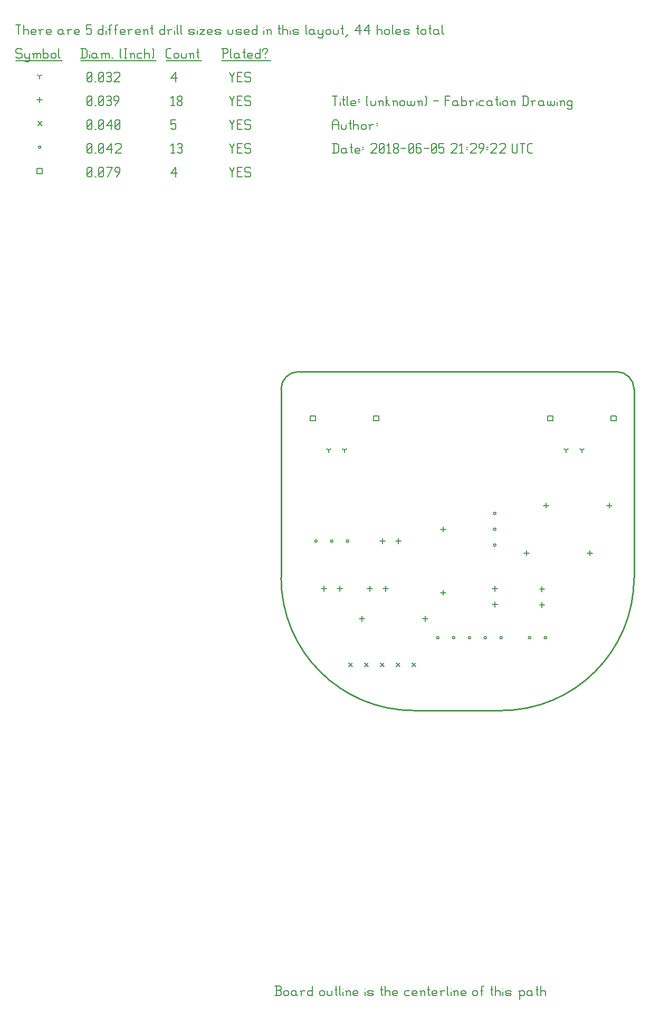
<source format=gbr>
G04 start of page 12 for group -1 layer_idx 16777221 *
G04 Title: (unknown), <virtual group> *
G04 Creator: pcb-rnd 2.0.0 *
G04 CreationDate: 2018-06-05 21:29:22 UTC *
G04 For:  *
G04 Format: Gerber/RS-274X *
G04 PCB-Dimensions: 500000 500000 *
G04 PCB-Coordinate-Origin: lower left *
%MOIN*%
%FSLAX25Y25*%
%LNFAB*%
%ADD76C,0.0100*%
%ADD75C,0.0075*%
%ADD74C,0.0060*%
%ADD73C,0.0080*%
G54D73*X335900Y356600D02*X339100D01*
X335900D02*Y353400D01*
X339100D01*
Y356600D02*Y353400D01*
X375900Y356600D02*X379100D01*
X375900D02*Y353400D01*
X379100D01*
Y356600D02*Y353400D01*
X185900Y356600D02*X189100D01*
X185900D02*Y353400D01*
X189100D01*
Y356600D02*Y353400D01*
X225900Y356600D02*X229100D01*
X225900D02*Y353400D01*
X229100D01*
Y356600D02*Y353400D01*
X13400Y512850D02*X16600D01*
X13400D02*Y509650D01*
X16600D01*
Y512850D02*Y509650D01*
G54D74*X135000Y513500D02*X136500Y510500D01*
X138000Y513500D01*
X136500Y510500D02*Y507500D01*
X139800Y510800D02*X142050D01*
X139800Y507500D02*X142800D01*
X139800Y513500D02*Y507500D01*
Y513500D02*X142800D01*
X147600D02*X148350Y512750D01*
X145350Y513500D02*X147600D01*
X144600Y512750D02*X145350Y513500D01*
X144600Y512750D02*Y511250D01*
X145350Y510500D01*
X147600D01*
X148350Y509750D01*
Y508250D01*
X147600Y507500D02*X148350Y508250D01*
X145350Y507500D02*X147600D01*
X144600Y508250D02*X145350Y507500D01*
X98000Y509750D02*X101000Y513500D01*
X98000Y509750D02*X101750D01*
X101000Y513500D02*Y507500D01*
X45000Y508250D02*X45750Y507500D01*
X45000Y512750D02*Y508250D01*
Y512750D02*X45750Y513500D01*
X47250D01*
X48000Y512750D01*
Y508250D01*
X47250Y507500D02*X48000Y508250D01*
X45750Y507500D02*X47250D01*
X45000Y509000D02*X48000Y512000D01*
X49800Y507500D02*X50550D01*
X52350Y508250D02*X53100Y507500D01*
X52350Y512750D02*Y508250D01*
Y512750D02*X53100Y513500D01*
X54600D01*
X55350Y512750D01*
Y508250D01*
X54600Y507500D02*X55350Y508250D01*
X53100Y507500D02*X54600D01*
X52350Y509000D02*X55350Y512000D01*
X57900Y507500D02*X60900Y513500D01*
X57150D02*X60900D01*
X63450Y507500D02*X65700Y510500D01*
Y512750D02*Y510500D01*
X64950Y513500D02*X65700Y512750D01*
X63450Y513500D02*X64950D01*
X62700Y512750D02*X63450Y513500D01*
X62700Y512750D02*Y511250D01*
X63450Y510500D01*
X65700D01*
X301700Y275000D02*G75*G03X303300Y275000I800J0D01*G01*
G75*G03X301700Y275000I-800J0D01*G01*
Y285000D02*G75*G03X303300Y285000I800J0D01*G01*
G75*G03X301700Y285000I-800J0D01*G01*
Y295000D02*G75*G03X303300Y295000I800J0D01*G01*
G75*G03X301700Y295000I-800J0D01*G01*
X333700Y216500D02*G75*G03X335300Y216500I800J0D01*G01*
G75*G03X333700Y216500I-800J0D01*G01*
X323700D02*G75*G03X325300Y216500I800J0D01*G01*
G75*G03X323700Y216500I-800J0D01*G01*
X305700D02*G75*G03X307300Y216500I800J0D01*G01*
G75*G03X305700Y216500I-800J0D01*G01*
X295700D02*G75*G03X297300Y216500I800J0D01*G01*
G75*G03X295700Y216500I-800J0D01*G01*
X285700D02*G75*G03X287300Y216500I800J0D01*G01*
G75*G03X285700Y216500I-800J0D01*G01*
X275700D02*G75*G03X277300Y216500I800J0D01*G01*
G75*G03X275700Y216500I-800J0D01*G01*
X265700D02*G75*G03X267300Y216500I800J0D01*G01*
G75*G03X265700Y216500I-800J0D01*G01*
X208700Y277500D02*G75*G03X210300Y277500I800J0D01*G01*
G75*G03X208700Y277500I-800J0D01*G01*
X198700D02*G75*G03X200300Y277500I800J0D01*G01*
G75*G03X198700Y277500I-800J0D01*G01*
X188700D02*G75*G03X190300Y277500I800J0D01*G01*
G75*G03X188700Y277500I-800J0D01*G01*
X14200Y526250D02*G75*G03X15800Y526250I800J0D01*G01*
G75*G03X14200Y526250I-800J0D01*G01*
X135000Y528500D02*X136500Y525500D01*
X138000Y528500D01*
X136500Y525500D02*Y522500D01*
X139800Y525800D02*X142050D01*
X139800Y522500D02*X142800D01*
X139800Y528500D02*Y522500D01*
Y528500D02*X142800D01*
X147600D02*X148350Y527750D01*
X145350Y528500D02*X147600D01*
X144600Y527750D02*X145350Y528500D01*
X144600Y527750D02*Y526250D01*
X145350Y525500D01*
X147600D01*
X148350Y524750D01*
Y523250D01*
X147600Y522500D02*X148350Y523250D01*
X145350Y522500D02*X147600D01*
X144600Y523250D02*X145350Y522500D01*
X98000Y527300D02*X99200Y528500D01*
Y522500D01*
X98000D02*X100250D01*
X102050Y527750D02*X102800Y528500D01*
X104300D01*
X105050Y527750D01*
X104300Y522500D02*X105050Y523250D01*
X102800Y522500D02*X104300D01*
X102050Y523250D02*X102800Y522500D01*
Y525800D02*X104300D01*
X105050Y527750D02*Y526550D01*
Y525050D02*Y523250D01*
Y525050D02*X104300Y525800D01*
X105050Y526550D02*X104300Y525800D01*
X45000Y523250D02*X45750Y522500D01*
X45000Y527750D02*Y523250D01*
Y527750D02*X45750Y528500D01*
X47250D01*
X48000Y527750D01*
Y523250D01*
X47250Y522500D02*X48000Y523250D01*
X45750Y522500D02*X47250D01*
X45000Y524000D02*X48000Y527000D01*
X49800Y522500D02*X50550D01*
X52350Y523250D02*X53100Y522500D01*
X52350Y527750D02*Y523250D01*
Y527750D02*X53100Y528500D01*
X54600D01*
X55350Y527750D01*
Y523250D01*
X54600Y522500D02*X55350Y523250D01*
X53100Y522500D02*X54600D01*
X52350Y524000D02*X55350Y527000D01*
X57150Y524750D02*X60150Y528500D01*
X57150Y524750D02*X60900D01*
X60150Y528500D02*Y522500D01*
X62700Y527750D02*X63450Y528500D01*
X65700D01*
X66450Y527750D01*
Y526250D01*
X62700Y522500D02*X66450Y526250D01*
X62700Y522500D02*X66450D01*
X230300Y200700D02*X232700Y198300D01*
X230300D02*X232700Y200700D01*
X220300D02*X222700Y198300D01*
X220300D02*X222700Y200700D01*
X210300D02*X212700Y198300D01*
X210300D02*X212700Y200700D01*
X240300D02*X242700Y198300D01*
X240300D02*X242700Y200700D01*
X250300D02*X252700Y198300D01*
X250300D02*X252700Y200700D01*
X13800Y542450D02*X16200Y540050D01*
X13800D02*X16200Y542450D01*
X135000Y543500D02*X136500Y540500D01*
X138000Y543500D01*
X136500Y540500D02*Y537500D01*
X139800Y540800D02*X142050D01*
X139800Y537500D02*X142800D01*
X139800Y543500D02*Y537500D01*
Y543500D02*X142800D01*
X147600D02*X148350Y542750D01*
X145350Y543500D02*X147600D01*
X144600Y542750D02*X145350Y543500D01*
X144600Y542750D02*Y541250D01*
X145350Y540500D01*
X147600D01*
X148350Y539750D01*
Y538250D01*
X147600Y537500D02*X148350Y538250D01*
X145350Y537500D02*X147600D01*
X144600Y538250D02*X145350Y537500D01*
X98000Y543500D02*X101000D01*
X98000D02*Y540500D01*
X98750Y541250D01*
X100250D01*
X101000Y540500D01*
Y538250D01*
X100250Y537500D02*X101000Y538250D01*
X98750Y537500D02*X100250D01*
X98000Y538250D02*X98750Y537500D01*
X45000Y538250D02*X45750Y537500D01*
X45000Y542750D02*Y538250D01*
Y542750D02*X45750Y543500D01*
X47250D01*
X48000Y542750D01*
Y538250D01*
X47250Y537500D02*X48000Y538250D01*
X45750Y537500D02*X47250D01*
X45000Y539000D02*X48000Y542000D01*
X49800Y537500D02*X50550D01*
X52350Y538250D02*X53100Y537500D01*
X52350Y542750D02*Y538250D01*
Y542750D02*X53100Y543500D01*
X54600D01*
X55350Y542750D01*
Y538250D01*
X54600Y537500D02*X55350Y538250D01*
X53100Y537500D02*X54600D01*
X52350Y539000D02*X55350Y542000D01*
X57150Y539750D02*X60150Y543500D01*
X57150Y539750D02*X60900D01*
X60150Y543500D02*Y537500D01*
X62700Y538250D02*X63450Y537500D01*
X62700Y542750D02*Y538250D01*
Y542750D02*X63450Y543500D01*
X64950D01*
X65700Y542750D01*
Y538250D01*
X64950Y537500D02*X65700Y538250D01*
X63450Y537500D02*X64950D01*
X62700Y539000D02*X65700Y542000D01*
X270000Y286600D02*Y283400D01*
X268400Y285000D02*X271600D01*
X270000Y246600D02*Y243400D01*
X268400Y245000D02*X271600D01*
X302500Y249100D02*Y245900D01*
X300900Y247500D02*X304100D01*
X335000Y301600D02*Y298400D01*
X333400Y300000D02*X336600D01*
X375000Y301600D02*Y298400D01*
X373400Y300000D02*X376600D01*
X322500Y271600D02*Y268400D01*
X320900Y270000D02*X324100D01*
X362500Y271600D02*Y268400D01*
X360900Y270000D02*X364100D01*
X332408Y248766D02*Y245566D01*
X330808Y247166D02*X334008D01*
X332408Y238766D02*Y235566D01*
X330808Y237166D02*X334008D01*
X302500Y239100D02*Y235900D01*
X300900Y237500D02*X304100D01*
X231500Y279100D02*Y275900D01*
X229900Y277500D02*X233100D01*
X241500Y279100D02*Y275900D01*
X239900Y277500D02*X243100D01*
X223500Y249100D02*Y245900D01*
X221900Y247500D02*X225100D01*
X233500Y249100D02*Y245900D01*
X231900Y247500D02*X235100D01*
X194500Y249100D02*Y245900D01*
X192900Y247500D02*X196100D01*
X204500Y249100D02*Y245900D01*
X202900Y247500D02*X206100D01*
X218500Y230100D02*Y226900D01*
X216900Y228500D02*X220100D01*
X258500Y230100D02*Y226900D01*
X256900Y228500D02*X260100D01*
X15000Y557850D02*Y554650D01*
X13400Y556250D02*X16600D01*
X135000Y558500D02*X136500Y555500D01*
X138000Y558500D01*
X136500Y555500D02*Y552500D01*
X139800Y555800D02*X142050D01*
X139800Y552500D02*X142800D01*
X139800Y558500D02*Y552500D01*
Y558500D02*X142800D01*
X147600D02*X148350Y557750D01*
X145350Y558500D02*X147600D01*
X144600Y557750D02*X145350Y558500D01*
X144600Y557750D02*Y556250D01*
X145350Y555500D01*
X147600D01*
X148350Y554750D01*
Y553250D01*
X147600Y552500D02*X148350Y553250D01*
X145350Y552500D02*X147600D01*
X144600Y553250D02*X145350Y552500D01*
X98000Y557300D02*X99200Y558500D01*
Y552500D01*
X98000D02*X100250D01*
X102050Y553250D02*X102800Y552500D01*
X102050Y554450D02*Y553250D01*
Y554450D02*X103100Y555500D01*
X104000D01*
X105050Y554450D01*
Y553250D01*
X104300Y552500D02*X105050Y553250D01*
X102800Y552500D02*X104300D01*
X102050Y556550D02*X103100Y555500D01*
X102050Y557750D02*Y556550D01*
Y557750D02*X102800Y558500D01*
X104300D01*
X105050Y557750D01*
Y556550D01*
X104000Y555500D02*X105050Y556550D01*
X45000Y553250D02*X45750Y552500D01*
X45000Y557750D02*Y553250D01*
Y557750D02*X45750Y558500D01*
X47250D01*
X48000Y557750D01*
Y553250D01*
X47250Y552500D02*X48000Y553250D01*
X45750Y552500D02*X47250D01*
X45000Y554000D02*X48000Y557000D01*
X49800Y552500D02*X50550D01*
X52350Y553250D02*X53100Y552500D01*
X52350Y557750D02*Y553250D01*
Y557750D02*X53100Y558500D01*
X54600D01*
X55350Y557750D01*
Y553250D01*
X54600Y552500D02*X55350Y553250D01*
X53100Y552500D02*X54600D01*
X52350Y554000D02*X55350Y557000D01*
X57150Y557750D02*X57900Y558500D01*
X59400D01*
X60150Y557750D01*
X59400Y552500D02*X60150Y553250D01*
X57900Y552500D02*X59400D01*
X57150Y553250D02*X57900Y552500D01*
Y555800D02*X59400D01*
X60150Y557750D02*Y556550D01*
Y555050D02*Y553250D01*
Y555050D02*X59400Y555800D01*
X60150Y556550D02*X59400Y555800D01*
X62700Y552500D02*X64950Y555500D01*
Y557750D02*Y555500D01*
X64200Y558500D02*X64950Y557750D01*
X62700Y558500D02*X64200D01*
X61950Y557750D02*X62700Y558500D01*
X61950Y557750D02*Y556250D01*
X62700Y555500D01*
X64950D01*
X347500Y335000D02*Y333400D01*
Y335000D02*X348887Y335800D01*
X347500Y335000D02*X346113Y335800D01*
X357500Y335000D02*Y333400D01*
Y335000D02*X358887Y335800D01*
X357500Y335000D02*X356113Y335800D01*
X197500Y335000D02*Y333400D01*
Y335000D02*X198887Y335800D01*
X197500Y335000D02*X196113Y335800D01*
X207500Y335000D02*Y333400D01*
Y335000D02*X208887Y335800D01*
X207500Y335000D02*X206113Y335800D01*
X15000Y571250D02*Y569650D01*
Y571250D02*X16387Y572050D01*
X15000Y571250D02*X13613Y572050D01*
X135000Y573500D02*X136500Y570500D01*
X138000Y573500D01*
X136500Y570500D02*Y567500D01*
X139800Y570800D02*X142050D01*
X139800Y567500D02*X142800D01*
X139800Y573500D02*Y567500D01*
Y573500D02*X142800D01*
X147600D02*X148350Y572750D01*
X145350Y573500D02*X147600D01*
X144600Y572750D02*X145350Y573500D01*
X144600Y572750D02*Y571250D01*
X145350Y570500D01*
X147600D01*
X148350Y569750D01*
Y568250D01*
X147600Y567500D02*X148350Y568250D01*
X145350Y567500D02*X147600D01*
X144600Y568250D02*X145350Y567500D01*
X98000Y569750D02*X101000Y573500D01*
X98000Y569750D02*X101750D01*
X101000Y573500D02*Y567500D01*
X45000Y568250D02*X45750Y567500D01*
X45000Y572750D02*Y568250D01*
Y572750D02*X45750Y573500D01*
X47250D01*
X48000Y572750D01*
Y568250D01*
X47250Y567500D02*X48000Y568250D01*
X45750Y567500D02*X47250D01*
X45000Y569000D02*X48000Y572000D01*
X49800Y567500D02*X50550D01*
X52350Y568250D02*X53100Y567500D01*
X52350Y572750D02*Y568250D01*
Y572750D02*X53100Y573500D01*
X54600D01*
X55350Y572750D01*
Y568250D01*
X54600Y567500D02*X55350Y568250D01*
X53100Y567500D02*X54600D01*
X52350Y569000D02*X55350Y572000D01*
X57150Y572750D02*X57900Y573500D01*
X59400D01*
X60150Y572750D01*
X59400Y567500D02*X60150Y568250D01*
X57900Y567500D02*X59400D01*
X57150Y568250D02*X57900Y567500D01*
Y570800D02*X59400D01*
X60150Y572750D02*Y571550D01*
Y570050D02*Y568250D01*
Y570050D02*X59400Y570800D01*
X60150Y571550D02*X59400Y570800D01*
X61950Y572750D02*X62700Y573500D01*
X64950D01*
X65700Y572750D01*
Y571250D01*
X61950Y567500D02*X65700Y571250D01*
X61950Y567500D02*X65700D01*
X3000Y588500D02*X3750Y587750D01*
X750Y588500D02*X3000D01*
X0Y587750D02*X750Y588500D01*
X0Y587750D02*Y586250D01*
X750Y585500D01*
X3000D01*
X3750Y584750D01*
Y583250D01*
X3000Y582500D02*X3750Y583250D01*
X750Y582500D02*X3000D01*
X0Y583250D02*X750Y582500D01*
X5550Y585500D02*Y583250D01*
X6300Y582500D01*
X8550Y585500D02*Y581000D01*
X7800Y580250D02*X8550Y581000D01*
X6300Y580250D02*X7800D01*
X5550Y581000D02*X6300Y580250D01*
Y582500D02*X7800D01*
X8550Y583250D01*
X11100Y584750D02*Y582500D01*
Y584750D02*X11850Y585500D01*
X12600D01*
X13350Y584750D01*
Y582500D01*
Y584750D02*X14100Y585500D01*
X14850D01*
X15600Y584750D01*
Y582500D01*
X10350Y585500D02*X11100Y584750D01*
X17400Y588500D02*Y582500D01*
Y583250D02*X18150Y582500D01*
X19650D01*
X20400Y583250D01*
Y584750D02*Y583250D01*
X19650Y585500D02*X20400Y584750D01*
X18150Y585500D02*X19650D01*
X17400Y584750D02*X18150Y585500D01*
X22200Y584750D02*Y583250D01*
Y584750D02*X22950Y585500D01*
X24450D01*
X25200Y584750D01*
Y583250D01*
X24450Y582500D02*X25200Y583250D01*
X22950Y582500D02*X24450D01*
X22200Y583250D02*X22950Y582500D01*
X27000Y588500D02*Y583250D01*
X27750Y582500D01*
X0Y580750D02*X29250D01*
X41750Y588500D02*Y582500D01*
X43700Y588500D02*X44750Y587450D01*
Y583550D01*
X43700Y582500D02*X44750Y583550D01*
X41000Y582500D02*X43700D01*
X41000Y588500D02*X43700D01*
G54D75*X46550Y587000D02*Y586850D01*
G54D74*Y584750D02*Y582500D01*
X50300Y585500D02*X51050Y584750D01*
X48800Y585500D02*X50300D01*
X48050Y584750D02*X48800Y585500D01*
X48050Y584750D02*Y583250D01*
X48800Y582500D01*
X51050Y585500D02*Y583250D01*
X51800Y582500D01*
X48800D02*X50300D01*
X51050Y583250D01*
X54350Y584750D02*Y582500D01*
Y584750D02*X55100Y585500D01*
X55850D01*
X56600Y584750D01*
Y582500D01*
Y584750D02*X57350Y585500D01*
X58100D01*
X58850Y584750D01*
Y582500D01*
X53600Y585500D02*X54350Y584750D01*
X60650Y582500D02*X61400D01*
X65900Y583250D02*X66650Y582500D01*
X65900Y587750D02*X66650Y588500D01*
X65900Y587750D02*Y583250D01*
X68450Y588500D02*X69950D01*
X69200D02*Y582500D01*
X68450D02*X69950D01*
X72500Y584750D02*Y582500D01*
Y584750D02*X73250Y585500D01*
X74000D01*
X74750Y584750D01*
Y582500D01*
X71750Y585500D02*X72500Y584750D01*
X77300Y585500D02*X79550D01*
X76550Y584750D02*X77300Y585500D01*
X76550Y584750D02*Y583250D01*
X77300Y582500D01*
X79550D01*
X81350Y588500D02*Y582500D01*
Y584750D02*X82100Y585500D01*
X83600D01*
X84350Y584750D01*
Y582500D01*
X86150Y588500D02*X86900Y587750D01*
Y583250D01*
X86150Y582500D02*X86900Y583250D01*
X41000Y580750D02*X88700D01*
X96050Y582500D02*X98000D01*
X95000Y583550D02*X96050Y582500D01*
X95000Y587450D02*Y583550D01*
Y587450D02*X96050Y588500D01*
X98000D01*
X99800Y584750D02*Y583250D01*
Y584750D02*X100550Y585500D01*
X102050D01*
X102800Y584750D01*
Y583250D01*
X102050Y582500D02*X102800Y583250D01*
X100550Y582500D02*X102050D01*
X99800Y583250D02*X100550Y582500D01*
X104600Y585500D02*Y583250D01*
X105350Y582500D01*
X106850D01*
X107600Y583250D01*
Y585500D02*Y583250D01*
X110150Y584750D02*Y582500D01*
Y584750D02*X110900Y585500D01*
X111650D01*
X112400Y584750D01*
Y582500D01*
X109400Y585500D02*X110150Y584750D01*
X114950Y588500D02*Y583250D01*
X115700Y582500D01*
X114200Y586250D02*X115700D01*
X95000Y580750D02*X117200D01*
X130750Y588500D02*Y582500D01*
X130000Y588500D02*X133000D01*
X133750Y587750D01*
Y586250D01*
X133000Y585500D02*X133750Y586250D01*
X130750Y585500D02*X133000D01*
X135550Y588500D02*Y583250D01*
X136300Y582500D01*
X140050Y585500D02*X140800Y584750D01*
X138550Y585500D02*X140050D01*
X137800Y584750D02*X138550Y585500D01*
X137800Y584750D02*Y583250D01*
X138550Y582500D01*
X140800Y585500D02*Y583250D01*
X141550Y582500D01*
X138550D02*X140050D01*
X140800Y583250D01*
X144100Y588500D02*Y583250D01*
X144850Y582500D01*
X143350Y586250D02*X144850D01*
X147100Y582500D02*X149350D01*
X146350Y583250D02*X147100Y582500D01*
X146350Y584750D02*Y583250D01*
Y584750D02*X147100Y585500D01*
X148600D01*
X149350Y584750D01*
X146350Y584000D02*X149350D01*
Y584750D02*Y584000D01*
X154150Y588500D02*Y582500D01*
X153400D02*X154150Y583250D01*
X151900Y582500D02*X153400D01*
X151150Y583250D02*X151900Y582500D01*
X151150Y584750D02*Y583250D01*
Y584750D02*X151900Y585500D01*
X153400D01*
X154150Y584750D01*
X157450Y585500D02*Y584750D01*
Y583250D02*Y582500D01*
X155950Y587750D02*Y587000D01*
Y587750D02*X156700Y588500D01*
X158200D01*
X158950Y587750D01*
Y587000D01*
X157450Y585500D02*X158950Y587000D01*
X130000Y580750D02*X160750D01*
X0Y603500D02*X3000D01*
X1500D02*Y597500D01*
X4800Y603500D02*Y597500D01*
Y599750D02*X5550Y600500D01*
X7050D01*
X7800Y599750D01*
Y597500D01*
X10350D02*X12600D01*
X9600Y598250D02*X10350Y597500D01*
X9600Y599750D02*Y598250D01*
Y599750D02*X10350Y600500D01*
X11850D01*
X12600Y599750D01*
X9600Y599000D02*X12600D01*
Y599750D02*Y599000D01*
X15150Y599750D02*Y597500D01*
Y599750D02*X15900Y600500D01*
X17400D01*
X14400D02*X15150Y599750D01*
X19950Y597500D02*X22200D01*
X19200Y598250D02*X19950Y597500D01*
X19200Y599750D02*Y598250D01*
Y599750D02*X19950Y600500D01*
X21450D01*
X22200Y599750D01*
X19200Y599000D02*X22200D01*
Y599750D02*Y599000D01*
X28950Y600500D02*X29700Y599750D01*
X27450Y600500D02*X28950D01*
X26700Y599750D02*X27450Y600500D01*
X26700Y599750D02*Y598250D01*
X27450Y597500D01*
X29700Y600500D02*Y598250D01*
X30450Y597500D01*
X27450D02*X28950D01*
X29700Y598250D01*
X33000Y599750D02*Y597500D01*
Y599750D02*X33750Y600500D01*
X35250D01*
X32250D02*X33000Y599750D01*
X37800Y597500D02*X40050D01*
X37050Y598250D02*X37800Y597500D01*
X37050Y599750D02*Y598250D01*
Y599750D02*X37800Y600500D01*
X39300D01*
X40050Y599750D01*
X37050Y599000D02*X40050D01*
Y599750D02*Y599000D01*
X44550Y603500D02*X47550D01*
X44550D02*Y600500D01*
X45300Y601250D01*
X46800D01*
X47550Y600500D01*
Y598250D01*
X46800Y597500D02*X47550Y598250D01*
X45300Y597500D02*X46800D01*
X44550Y598250D02*X45300Y597500D01*
X55050Y603500D02*Y597500D01*
X54300D02*X55050Y598250D01*
X52800Y597500D02*X54300D01*
X52050Y598250D02*X52800Y597500D01*
X52050Y599750D02*Y598250D01*
Y599750D02*X52800Y600500D01*
X54300D01*
X55050Y599750D01*
G54D75*X56850Y602000D02*Y601850D01*
G54D74*Y599750D02*Y597500D01*
X59100Y602750D02*Y597500D01*
Y602750D02*X59850Y603500D01*
X60600D01*
X58350Y600500D02*X59850D01*
X62850Y602750D02*Y597500D01*
Y602750D02*X63600Y603500D01*
X64350D01*
X62100Y600500D02*X63600D01*
X66600Y597500D02*X68850D01*
X65850Y598250D02*X66600Y597500D01*
X65850Y599750D02*Y598250D01*
Y599750D02*X66600Y600500D01*
X68100D01*
X68850Y599750D01*
X65850Y599000D02*X68850D01*
Y599750D02*Y599000D01*
X71400Y599750D02*Y597500D01*
Y599750D02*X72150Y600500D01*
X73650D01*
X70650D02*X71400Y599750D01*
X76200Y597500D02*X78450D01*
X75450Y598250D02*X76200Y597500D01*
X75450Y599750D02*Y598250D01*
Y599750D02*X76200Y600500D01*
X77700D01*
X78450Y599750D01*
X75450Y599000D02*X78450D01*
Y599750D02*Y599000D01*
X81000Y599750D02*Y597500D01*
Y599750D02*X81750Y600500D01*
X82500D01*
X83250Y599750D01*
Y597500D01*
X80250Y600500D02*X81000Y599750D01*
X85800Y603500D02*Y598250D01*
X86550Y597500D01*
X85050Y601250D02*X86550D01*
X93750Y603500D02*Y597500D01*
X93000D02*X93750Y598250D01*
X91500Y597500D02*X93000D01*
X90750Y598250D02*X91500Y597500D01*
X90750Y599750D02*Y598250D01*
Y599750D02*X91500Y600500D01*
X93000D01*
X93750Y599750D01*
X96300D02*Y597500D01*
Y599750D02*X97050Y600500D01*
X98550D01*
X95550D02*X96300Y599750D01*
G54D75*X100350Y602000D02*Y601850D01*
G54D74*Y599750D02*Y597500D01*
X101850Y603500D02*Y598250D01*
X102600Y597500D01*
X104100Y603500D02*Y598250D01*
X104850Y597500D01*
X109800D02*X112050D01*
X112800Y598250D01*
X112050Y599000D02*X112800Y598250D01*
X109800Y599000D02*X112050D01*
X109050Y599750D02*X109800Y599000D01*
X109050Y599750D02*X109800Y600500D01*
X112050D01*
X112800Y599750D01*
X109050Y598250D02*X109800Y597500D01*
G54D75*X114600Y602000D02*Y601850D01*
G54D74*Y599750D02*Y597500D01*
X116100Y600500D02*X119100D01*
X116100Y597500D02*X119100Y600500D01*
X116100Y597500D02*X119100D01*
X121650D02*X123900D01*
X120900Y598250D02*X121650Y597500D01*
X120900Y599750D02*Y598250D01*
Y599750D02*X121650Y600500D01*
X123150D01*
X123900Y599750D01*
X120900Y599000D02*X123900D01*
Y599750D02*Y599000D01*
X126450Y597500D02*X128700D01*
X129450Y598250D01*
X128700Y599000D02*X129450Y598250D01*
X126450Y599000D02*X128700D01*
X125700Y599750D02*X126450Y599000D01*
X125700Y599750D02*X126450Y600500D01*
X128700D01*
X129450Y599750D01*
X125700Y598250D02*X126450Y597500D01*
X133950Y600500D02*Y598250D01*
X134700Y597500D01*
X136200D01*
X136950Y598250D01*
Y600500D02*Y598250D01*
X139500Y597500D02*X141750D01*
X142500Y598250D01*
X141750Y599000D02*X142500Y598250D01*
X139500Y599000D02*X141750D01*
X138750Y599750D02*X139500Y599000D01*
X138750Y599750D02*X139500Y600500D01*
X141750D01*
X142500Y599750D01*
X138750Y598250D02*X139500Y597500D01*
X145050D02*X147300D01*
X144300Y598250D02*X145050Y597500D01*
X144300Y599750D02*Y598250D01*
Y599750D02*X145050Y600500D01*
X146550D01*
X147300Y599750D01*
X144300Y599000D02*X147300D01*
Y599750D02*Y599000D01*
X152100Y603500D02*Y597500D01*
X151350D02*X152100Y598250D01*
X149850Y597500D02*X151350D01*
X149100Y598250D02*X149850Y597500D01*
X149100Y599750D02*Y598250D01*
Y599750D02*X149850Y600500D01*
X151350D01*
X152100Y599750D01*
G54D75*X156600Y602000D02*Y601850D01*
G54D74*Y599750D02*Y597500D01*
X158850Y599750D02*Y597500D01*
Y599750D02*X159600Y600500D01*
X160350D01*
X161100Y599750D01*
Y597500D01*
X158100Y600500D02*X158850Y599750D01*
X166350Y603500D02*Y598250D01*
X167100Y597500D01*
X165600Y601250D02*X167100D01*
X168600Y603500D02*Y597500D01*
Y599750D02*X169350Y600500D01*
X170850D01*
X171600Y599750D01*
Y597500D01*
G54D75*X173400Y602000D02*Y601850D01*
G54D74*Y599750D02*Y597500D01*
X175650D02*X177900D01*
X178650Y598250D01*
X177900Y599000D02*X178650Y598250D01*
X175650Y599000D02*X177900D01*
X174900Y599750D02*X175650Y599000D01*
X174900Y599750D02*X175650Y600500D01*
X177900D01*
X178650Y599750D01*
X174900Y598250D02*X175650Y597500D01*
X183150Y603500D02*Y598250D01*
X183900Y597500D01*
X187650Y600500D02*X188400Y599750D01*
X186150Y600500D02*X187650D01*
X185400Y599750D02*X186150Y600500D01*
X185400Y599750D02*Y598250D01*
X186150Y597500D01*
X188400Y600500D02*Y598250D01*
X189150Y597500D01*
X186150D02*X187650D01*
X188400Y598250D01*
X190950Y600500D02*Y598250D01*
X191700Y597500D01*
X193950Y600500D02*Y596000D01*
X193200Y595250D02*X193950Y596000D01*
X191700Y595250D02*X193200D01*
X190950Y596000D02*X191700Y595250D01*
Y597500D02*X193200D01*
X193950Y598250D01*
X195750Y599750D02*Y598250D01*
Y599750D02*X196500Y600500D01*
X198000D01*
X198750Y599750D01*
Y598250D01*
X198000Y597500D02*X198750Y598250D01*
X196500Y597500D02*X198000D01*
X195750Y598250D02*X196500Y597500D01*
X200550Y600500D02*Y598250D01*
X201300Y597500D01*
X202800D01*
X203550Y598250D01*
Y600500D02*Y598250D01*
X206100Y603500D02*Y598250D01*
X206850Y597500D01*
X205350Y601250D02*X206850D01*
X208350Y596000D02*X209850Y597500D01*
X214350Y599750D02*X217350Y603500D01*
X214350Y599750D02*X218100D01*
X217350Y603500D02*Y597500D01*
X219900Y599750D02*X222900Y603500D01*
X219900Y599750D02*X223650D01*
X222900Y603500D02*Y597500D01*
X228150Y603500D02*Y597500D01*
Y599750D02*X228900Y600500D01*
X230400D01*
X231150Y599750D01*
Y597500D01*
X232950Y599750D02*Y598250D01*
Y599750D02*X233700Y600500D01*
X235200D01*
X235950Y599750D01*
Y598250D01*
X235200Y597500D02*X235950Y598250D01*
X233700Y597500D02*X235200D01*
X232950Y598250D02*X233700Y597500D01*
X237750Y603500D02*Y598250D01*
X238500Y597500D01*
X240750D02*X243000D01*
X240000Y598250D02*X240750Y597500D01*
X240000Y599750D02*Y598250D01*
Y599750D02*X240750Y600500D01*
X242250D01*
X243000Y599750D01*
X240000Y599000D02*X243000D01*
Y599750D02*Y599000D01*
X245550Y597500D02*X247800D01*
X248550Y598250D01*
X247800Y599000D02*X248550Y598250D01*
X245550Y599000D02*X247800D01*
X244800Y599750D02*X245550Y599000D01*
X244800Y599750D02*X245550Y600500D01*
X247800D01*
X248550Y599750D01*
X244800Y598250D02*X245550Y597500D01*
X253800Y603500D02*Y598250D01*
X254550Y597500D01*
X253050Y601250D02*X254550D01*
X256050Y599750D02*Y598250D01*
Y599750D02*X256800Y600500D01*
X258300D01*
X259050Y599750D01*
Y598250D01*
X258300Y597500D02*X259050Y598250D01*
X256800Y597500D02*X258300D01*
X256050Y598250D02*X256800Y597500D01*
X261600Y603500D02*Y598250D01*
X262350Y597500D01*
X260850Y601250D02*X262350D01*
X266100Y600500D02*X266850Y599750D01*
X264600Y600500D02*X266100D01*
X263850Y599750D02*X264600Y600500D01*
X263850Y599750D02*Y598250D01*
X264600Y597500D01*
X266850Y600500D02*Y598250D01*
X267600Y597500D01*
X264600D02*X266100D01*
X266850Y598250D01*
X269400Y603500D02*Y598250D01*
X270150Y597500D01*
G54D76*X167500Y373500D02*Y254500D01*
X251500Y170500D02*X306500D01*
X390500Y254500D02*Y373500D01*
X178500Y384500D02*X379500D01*
X178500D02*G75*G03X167500Y373500I0J-11000D01*G01*
Y254500D02*G75*G03X251500Y170500I84000J0D01*G01*
X306500D02*G75*G03X390500Y254500I0J84000D01*G01*
Y373500D02*G75*G03X379500Y384500I-11000J0D01*G01*
G54D74*X163675Y-9500D02*X166675D01*
X167425Y-8750D01*
Y-6950D02*Y-8750D01*
X166675Y-6200D02*X167425Y-6950D01*
X164425Y-6200D02*X166675D01*
X164425Y-3500D02*Y-9500D01*
X163675Y-3500D02*X166675D01*
X167425Y-4250D01*
Y-5450D01*
X166675Y-6200D02*X167425Y-5450D01*
X169225Y-7250D02*Y-8750D01*
Y-7250D02*X169975Y-6500D01*
X171475D01*
X172225Y-7250D01*
Y-8750D01*
X171475Y-9500D02*X172225Y-8750D01*
X169975Y-9500D02*X171475D01*
X169225Y-8750D02*X169975Y-9500D01*
X176275Y-6500D02*X177025Y-7250D01*
X174775Y-6500D02*X176275D01*
X174025Y-7250D02*X174775Y-6500D01*
X174025Y-7250D02*Y-8750D01*
X174775Y-9500D01*
X177025Y-6500D02*Y-8750D01*
X177775Y-9500D01*
X174775D02*X176275D01*
X177025Y-8750D01*
X180325Y-7250D02*Y-9500D01*
Y-7250D02*X181075Y-6500D01*
X182575D01*
X179575D02*X180325Y-7250D01*
X187375Y-3500D02*Y-9500D01*
X186625D02*X187375Y-8750D01*
X185125Y-9500D02*X186625D01*
X184375Y-8750D02*X185125Y-9500D01*
X184375Y-7250D02*Y-8750D01*
Y-7250D02*X185125Y-6500D01*
X186625D01*
X187375Y-7250D01*
X191875D02*Y-8750D01*
Y-7250D02*X192625Y-6500D01*
X194125D01*
X194875Y-7250D01*
Y-8750D01*
X194125Y-9500D02*X194875Y-8750D01*
X192625Y-9500D02*X194125D01*
X191875Y-8750D02*X192625Y-9500D01*
X196675Y-6500D02*Y-8750D01*
X197425Y-9500D01*
X198925D01*
X199675Y-8750D01*
Y-6500D02*Y-8750D01*
X202225Y-3500D02*Y-8750D01*
X202975Y-9500D01*
X201475Y-5750D02*X202975D01*
X204475Y-3500D02*Y-8750D01*
X205225Y-9500D01*
G54D75*X206725Y-5000D02*Y-5150D01*
G54D74*Y-7250D02*Y-9500D01*
X208975Y-7250D02*Y-9500D01*
Y-7250D02*X209725Y-6500D01*
X210475D01*
X211225Y-7250D01*
Y-9500D01*
X208225Y-6500D02*X208975Y-7250D01*
X213775Y-9500D02*X216025D01*
X213025Y-8750D02*X213775Y-9500D01*
X213025Y-7250D02*Y-8750D01*
Y-7250D02*X213775Y-6500D01*
X215275D01*
X216025Y-7250D01*
X213025Y-8000D02*X216025D01*
Y-7250D02*Y-8000D01*
G54D75*X220525Y-5000D02*Y-5150D01*
G54D74*Y-7250D02*Y-9500D01*
X222775D02*X225025D01*
X225775Y-8750D01*
X225025Y-8000D02*X225775Y-8750D01*
X222775Y-8000D02*X225025D01*
X222025Y-7250D02*X222775Y-8000D01*
X222025Y-7250D02*X222775Y-6500D01*
X225025D01*
X225775Y-7250D01*
X222025Y-8750D02*X222775Y-9500D01*
X231025Y-3500D02*Y-8750D01*
X231775Y-9500D01*
X230275Y-5750D02*X231775D01*
X233275Y-3500D02*Y-9500D01*
Y-7250D02*X234025Y-6500D01*
X235525D01*
X236275Y-7250D01*
Y-9500D01*
X238825D02*X241075D01*
X238075Y-8750D02*X238825Y-9500D01*
X238075Y-7250D02*Y-8750D01*
Y-7250D02*X238825Y-6500D01*
X240325D01*
X241075Y-7250D01*
X238075Y-8000D02*X241075D01*
Y-7250D02*Y-8000D01*
X246325Y-6500D02*X248575D01*
X245575Y-7250D02*X246325Y-6500D01*
X245575Y-7250D02*Y-8750D01*
X246325Y-9500D01*
X248575D01*
X251125D02*X253375D01*
X250375Y-8750D02*X251125Y-9500D01*
X250375Y-7250D02*Y-8750D01*
Y-7250D02*X251125Y-6500D01*
X252625D01*
X253375Y-7250D01*
X250375Y-8000D02*X253375D01*
Y-7250D02*Y-8000D01*
X255925Y-7250D02*Y-9500D01*
Y-7250D02*X256675Y-6500D01*
X257425D01*
X258175Y-7250D01*
Y-9500D01*
X255175Y-6500D02*X255925Y-7250D01*
X260725Y-3500D02*Y-8750D01*
X261475Y-9500D01*
X259975Y-5750D02*X261475D01*
X263725Y-9500D02*X265975D01*
X262975Y-8750D02*X263725Y-9500D01*
X262975Y-7250D02*Y-8750D01*
Y-7250D02*X263725Y-6500D01*
X265225D01*
X265975Y-7250D01*
X262975Y-8000D02*X265975D01*
Y-7250D02*Y-8000D01*
X268525Y-7250D02*Y-9500D01*
Y-7250D02*X269275Y-6500D01*
X270775D01*
X267775D02*X268525Y-7250D01*
X272575Y-3500D02*Y-8750D01*
X273325Y-9500D01*
G54D75*X274825Y-5000D02*Y-5150D01*
G54D74*Y-7250D02*Y-9500D01*
X277075Y-7250D02*Y-9500D01*
Y-7250D02*X277825Y-6500D01*
X278575D01*
X279325Y-7250D01*
Y-9500D01*
X276325Y-6500D02*X277075Y-7250D01*
X281875Y-9500D02*X284125D01*
X281125Y-8750D02*X281875Y-9500D01*
X281125Y-7250D02*Y-8750D01*
Y-7250D02*X281875Y-6500D01*
X283375D01*
X284125Y-7250D01*
X281125Y-8000D02*X284125D01*
Y-7250D02*Y-8000D01*
X288625Y-7250D02*Y-8750D01*
Y-7250D02*X289375Y-6500D01*
X290875D01*
X291625Y-7250D01*
Y-8750D01*
X290875Y-9500D02*X291625Y-8750D01*
X289375Y-9500D02*X290875D01*
X288625Y-8750D02*X289375Y-9500D01*
X294175Y-4250D02*Y-9500D01*
Y-4250D02*X294925Y-3500D01*
X295675D01*
X293425Y-6500D02*X294925D01*
X300625Y-3500D02*Y-8750D01*
X301375Y-9500D01*
X299875Y-5750D02*X301375D01*
X302875Y-3500D02*Y-9500D01*
Y-7250D02*X303625Y-6500D01*
X305125D01*
X305875Y-7250D01*
Y-9500D01*
G54D75*X307675Y-5000D02*Y-5150D01*
G54D74*Y-7250D02*Y-9500D01*
X309925D02*X312175D01*
X312925Y-8750D01*
X312175Y-8000D02*X312925Y-8750D01*
X309925Y-8000D02*X312175D01*
X309175Y-7250D02*X309925Y-8000D01*
X309175Y-7250D02*X309925Y-6500D01*
X312175D01*
X312925Y-7250D01*
X309175Y-8750D02*X309925Y-9500D01*
X318175Y-7250D02*Y-11750D01*
X317425Y-6500D02*X318175Y-7250D01*
X318925Y-6500D01*
X320425D01*
X321175Y-7250D01*
Y-8750D01*
X320425Y-9500D02*X321175Y-8750D01*
X318925Y-9500D02*X320425D01*
X318175Y-8750D02*X318925Y-9500D01*
X325225Y-6500D02*X325975Y-7250D01*
X323725Y-6500D02*X325225D01*
X322975Y-7250D02*X323725Y-6500D01*
X322975Y-7250D02*Y-8750D01*
X323725Y-9500D01*
X325975Y-6500D02*Y-8750D01*
X326725Y-9500D01*
X323725D02*X325225D01*
X325975Y-8750D01*
X329275Y-3500D02*Y-8750D01*
X330025Y-9500D01*
X328525Y-5750D02*X330025D01*
X331525Y-3500D02*Y-9500D01*
Y-7250D02*X332275Y-6500D01*
X333775D01*
X334525Y-7250D01*
Y-9500D01*
X200750Y528500D02*Y522500D01*
X202700Y528500D02*X203750Y527450D01*
Y523550D01*
X202700Y522500D02*X203750Y523550D01*
X200000Y522500D02*X202700D01*
X200000Y528500D02*X202700D01*
X207800Y525500D02*X208550Y524750D01*
X206300Y525500D02*X207800D01*
X205550Y524750D02*X206300Y525500D01*
X205550Y524750D02*Y523250D01*
X206300Y522500D01*
X208550Y525500D02*Y523250D01*
X209300Y522500D01*
X206300D02*X207800D01*
X208550Y523250D01*
X211850Y528500D02*Y523250D01*
X212600Y522500D01*
X211100Y526250D02*X212600D01*
X214850Y522500D02*X217100D01*
X214100Y523250D02*X214850Y522500D01*
X214100Y524750D02*Y523250D01*
Y524750D02*X214850Y525500D01*
X216350D01*
X217100Y524750D01*
X214100Y524000D02*X217100D01*
Y524750D02*Y524000D01*
X218900Y526250D02*X219650D01*
X218900Y524750D02*X219650D01*
X224150Y527750D02*X224900Y528500D01*
X227150D01*
X227900Y527750D01*
Y526250D01*
X224150Y522500D02*X227900Y526250D01*
X224150Y522500D02*X227900D01*
X229700Y523250D02*X230450Y522500D01*
X229700Y527750D02*Y523250D01*
Y527750D02*X230450Y528500D01*
X231950D01*
X232700Y527750D01*
Y523250D01*
X231950Y522500D02*X232700Y523250D01*
X230450Y522500D02*X231950D01*
X229700Y524000D02*X232700Y527000D01*
X234500Y527300D02*X235700Y528500D01*
Y522500D01*
X234500D02*X236750D01*
X238550Y523250D02*X239300Y522500D01*
X238550Y524450D02*Y523250D01*
Y524450D02*X239600Y525500D01*
X240500D01*
X241550Y524450D01*
Y523250D01*
X240800Y522500D02*X241550Y523250D01*
X239300Y522500D02*X240800D01*
X238550Y526550D02*X239600Y525500D01*
X238550Y527750D02*Y526550D01*
Y527750D02*X239300Y528500D01*
X240800D01*
X241550Y527750D01*
Y526550D01*
X240500Y525500D02*X241550Y526550D01*
X243350Y525500D02*X246350D01*
X248150Y523250D02*X248900Y522500D01*
X248150Y527750D02*Y523250D01*
Y527750D02*X248900Y528500D01*
X250400D01*
X251150Y527750D01*
Y523250D01*
X250400Y522500D02*X251150Y523250D01*
X248900Y522500D02*X250400D01*
X248150Y524000D02*X251150Y527000D01*
X255200Y528500D02*X255950Y527750D01*
X253700Y528500D02*X255200D01*
X252950Y527750D02*X253700Y528500D01*
X252950Y527750D02*Y523250D01*
X253700Y522500D01*
X255200Y525800D02*X255950Y525050D01*
X252950Y525800D02*X255200D01*
X253700Y522500D02*X255200D01*
X255950Y523250D01*
Y525050D02*Y523250D01*
X257750Y525500D02*X260750D01*
X262550Y523250D02*X263300Y522500D01*
X262550Y527750D02*Y523250D01*
Y527750D02*X263300Y528500D01*
X264800D01*
X265550Y527750D01*
Y523250D01*
X264800Y522500D02*X265550Y523250D01*
X263300Y522500D02*X264800D01*
X262550Y524000D02*X265550Y527000D01*
X267350Y528500D02*X270350D01*
X267350D02*Y525500D01*
X268100Y526250D01*
X269600D01*
X270350Y525500D01*
Y523250D01*
X269600Y522500D02*X270350Y523250D01*
X268100Y522500D02*X269600D01*
X267350Y523250D02*X268100Y522500D01*
X274850Y527750D02*X275600Y528500D01*
X277850D01*
X278600Y527750D01*
Y526250D01*
X274850Y522500D02*X278600Y526250D01*
X274850Y522500D02*X278600D01*
X280400Y527300D02*X281600Y528500D01*
Y522500D01*
X280400D02*X282650D01*
X284450Y526250D02*X285200D01*
X284450Y524750D02*X285200D01*
X287000Y527750D02*X287750Y528500D01*
X290000D01*
X290750Y527750D01*
Y526250D01*
X287000Y522500D02*X290750Y526250D01*
X287000Y522500D02*X290750D01*
X293300D02*X295550Y525500D01*
Y527750D02*Y525500D01*
X294800Y528500D02*X295550Y527750D01*
X293300Y528500D02*X294800D01*
X292550Y527750D02*X293300Y528500D01*
X292550Y527750D02*Y526250D01*
X293300Y525500D01*
X295550D01*
X297350Y526250D02*X298100D01*
X297350Y524750D02*X298100D01*
X299900Y527750D02*X300650Y528500D01*
X302900D01*
X303650Y527750D01*
Y526250D01*
X299900Y522500D02*X303650Y526250D01*
X299900Y522500D02*X303650D01*
X305450Y527750D02*X306200Y528500D01*
X308450D01*
X309200Y527750D01*
Y526250D01*
X305450Y522500D02*X309200Y526250D01*
X305450Y522500D02*X309200D01*
X313700Y528500D02*Y523250D01*
X314450Y522500D01*
X315950D01*
X316700Y523250D01*
Y528500D02*Y523250D01*
X318500Y528500D02*X321500D01*
X320000D02*Y522500D01*
X324350D02*X326300D01*
X323300Y523550D02*X324350Y522500D01*
X323300Y527450D02*Y523550D01*
Y527450D02*X324350Y528500D01*
X326300D01*
X200000Y542000D02*Y537500D01*
Y542000D02*X201050Y543500D01*
X202700D01*
X203750Y542000D01*
Y537500D01*
X200000Y540500D02*X203750D01*
X205550D02*Y538250D01*
X206300Y537500D01*
X207800D01*
X208550Y538250D01*
Y540500D02*Y538250D01*
X211100Y543500D02*Y538250D01*
X211850Y537500D01*
X210350Y541250D02*X211850D01*
X213350Y543500D02*Y537500D01*
Y539750D02*X214100Y540500D01*
X215600D01*
X216350Y539750D01*
Y537500D01*
X218150Y539750D02*Y538250D01*
Y539750D02*X218900Y540500D01*
X220400D01*
X221150Y539750D01*
Y538250D01*
X220400Y537500D02*X221150Y538250D01*
X218900Y537500D02*X220400D01*
X218150Y538250D02*X218900Y537500D01*
X223700Y539750D02*Y537500D01*
Y539750D02*X224450Y540500D01*
X225950D01*
X222950D02*X223700Y539750D01*
X227750Y541250D02*X228500D01*
X227750Y539750D02*X228500D01*
X200000Y558500D02*X203000D01*
X201500D02*Y552500D01*
G54D75*X204800Y557000D02*Y556850D01*
G54D74*Y554750D02*Y552500D01*
X207050Y558500D02*Y553250D01*
X207800Y552500D01*
X206300Y556250D02*X207800D01*
X209300Y558500D02*Y553250D01*
X210050Y552500D01*
X212300D02*X214550D01*
X211550Y553250D02*X212300Y552500D01*
X211550Y554750D02*Y553250D01*
Y554750D02*X212300Y555500D01*
X213800D01*
X214550Y554750D01*
X211550Y554000D02*X214550D01*
Y554750D02*Y554000D01*
X216350Y556250D02*X217100D01*
X216350Y554750D02*X217100D01*
X221600Y553250D02*X222350Y552500D01*
X221600Y557750D02*X222350Y558500D01*
X221600Y557750D02*Y553250D01*
X224150Y555500D02*Y553250D01*
X224900Y552500D01*
X226400D01*
X227150Y553250D01*
Y555500D02*Y553250D01*
X229700Y554750D02*Y552500D01*
Y554750D02*X230450Y555500D01*
X231200D01*
X231950Y554750D01*
Y552500D01*
X228950Y555500D02*X229700Y554750D01*
X233750Y558500D02*Y552500D01*
Y554750D02*X236000Y552500D01*
X233750Y554750D02*X235250Y556250D01*
X238550Y554750D02*Y552500D01*
Y554750D02*X239300Y555500D01*
X240050D01*
X240800Y554750D01*
Y552500D01*
X237800Y555500D02*X238550Y554750D01*
X242600D02*Y553250D01*
Y554750D02*X243350Y555500D01*
X244850D01*
X245600Y554750D01*
Y553250D01*
X244850Y552500D02*X245600Y553250D01*
X243350Y552500D02*X244850D01*
X242600Y553250D02*X243350Y552500D01*
X247400Y555500D02*Y553250D01*
X248150Y552500D01*
X248900D01*
X249650Y553250D01*
Y555500D02*Y553250D01*
X250400Y552500D01*
X251150D01*
X251900Y553250D01*
Y555500D02*Y553250D01*
X254450Y554750D02*Y552500D01*
Y554750D02*X255200Y555500D01*
X255950D01*
X256700Y554750D01*
Y552500D01*
X253700Y555500D02*X254450Y554750D01*
X258500Y558500D02*X259250Y557750D01*
Y553250D01*
X258500Y552500D02*X259250Y553250D01*
X263750Y555500D02*X266750D01*
X271250Y558500D02*Y552500D01*
Y558500D02*X274250D01*
X271250Y555800D02*X273500D01*
X278300Y555500D02*X279050Y554750D01*
X276800Y555500D02*X278300D01*
X276050Y554750D02*X276800Y555500D01*
X276050Y554750D02*Y553250D01*
X276800Y552500D01*
X279050Y555500D02*Y553250D01*
X279800Y552500D01*
X276800D02*X278300D01*
X279050Y553250D01*
X281600Y558500D02*Y552500D01*
Y553250D02*X282350Y552500D01*
X283850D01*
X284600Y553250D01*
Y554750D02*Y553250D01*
X283850Y555500D02*X284600Y554750D01*
X282350Y555500D02*X283850D01*
X281600Y554750D02*X282350Y555500D01*
X287150Y554750D02*Y552500D01*
Y554750D02*X287900Y555500D01*
X289400D01*
X286400D02*X287150Y554750D01*
G54D75*X291200Y557000D02*Y556850D01*
G54D74*Y554750D02*Y552500D01*
X293450Y555500D02*X295700D01*
X292700Y554750D02*X293450Y555500D01*
X292700Y554750D02*Y553250D01*
X293450Y552500D01*
X295700D01*
X299750Y555500D02*X300500Y554750D01*
X298250Y555500D02*X299750D01*
X297500Y554750D02*X298250Y555500D01*
X297500Y554750D02*Y553250D01*
X298250Y552500D01*
X300500Y555500D02*Y553250D01*
X301250Y552500D01*
X298250D02*X299750D01*
X300500Y553250D01*
X303800Y558500D02*Y553250D01*
X304550Y552500D01*
X303050Y556250D02*X304550D01*
G54D75*X306050Y557000D02*Y556850D01*
G54D74*Y554750D02*Y552500D01*
X307550Y554750D02*Y553250D01*
Y554750D02*X308300Y555500D01*
X309800D01*
X310550Y554750D01*
Y553250D01*
X309800Y552500D02*X310550Y553250D01*
X308300Y552500D02*X309800D01*
X307550Y553250D02*X308300Y552500D01*
X313100Y554750D02*Y552500D01*
Y554750D02*X313850Y555500D01*
X314600D01*
X315350Y554750D01*
Y552500D01*
X312350Y555500D02*X313100Y554750D01*
X320600Y558500D02*Y552500D01*
X322550Y558500D02*X323600Y557450D01*
Y553550D01*
X322550Y552500D02*X323600Y553550D01*
X319850Y552500D02*X322550D01*
X319850Y558500D02*X322550D01*
X326150Y554750D02*Y552500D01*
Y554750D02*X326900Y555500D01*
X328400D01*
X325400D02*X326150Y554750D01*
X332450Y555500D02*X333200Y554750D01*
X330950Y555500D02*X332450D01*
X330200Y554750D02*X330950Y555500D01*
X330200Y554750D02*Y553250D01*
X330950Y552500D01*
X333200Y555500D02*Y553250D01*
X333950Y552500D01*
X330950D02*X332450D01*
X333200Y553250D01*
X335750Y555500D02*Y553250D01*
X336500Y552500D01*
X337250D01*
X338000Y553250D01*
Y555500D02*Y553250D01*
X338750Y552500D01*
X339500D01*
X340250Y553250D01*
Y555500D02*Y553250D01*
G54D75*X342050Y557000D02*Y556850D01*
G54D74*Y554750D02*Y552500D01*
X344300Y554750D02*Y552500D01*
Y554750D02*X345050Y555500D01*
X345800D01*
X346550Y554750D01*
Y552500D01*
X343550Y555500D02*X344300Y554750D01*
X350600Y555500D02*X351350Y554750D01*
X349100Y555500D02*X350600D01*
X348350Y554750D02*X349100Y555500D01*
X348350Y554750D02*Y553250D01*
X349100Y552500D01*
X350600D01*
X351350Y553250D01*
X348350Y551000D02*X349100Y550250D01*
X350600D01*
X351350Y551000D01*
Y555500D02*Y551000D01*
M02*

</source>
